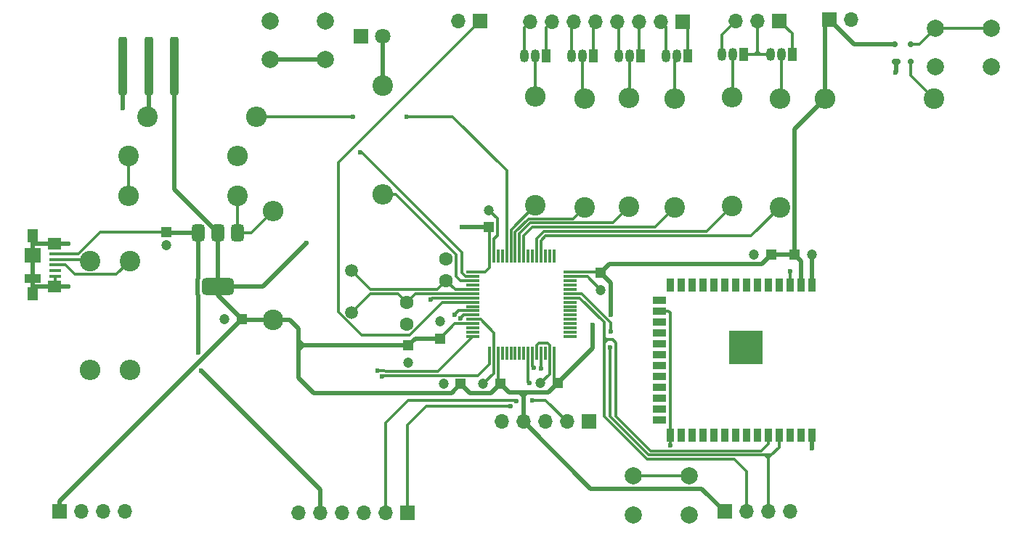
<source format=gbr>
%TF.GenerationSoftware,KiCad,Pcbnew,8.0.3*%
%TF.CreationDate,2025-10-30T11:00:03+03:00*%
%TF.ProjectId,yandex-rover,79616e64-6578-42d7-926f-7665722e6b69,rev?*%
%TF.SameCoordinates,Original*%
%TF.FileFunction,Copper,L1,Top*%
%TF.FilePolarity,Positive*%
%FSLAX46Y46*%
G04 Gerber Fmt 4.6, Leading zero omitted, Abs format (unit mm)*
G04 Created by KiCad (PCBNEW 8.0.3) date 2025-10-30 11:00:03*
%MOMM*%
%LPD*%
G01*
G04 APERTURE LIST*
G04 Aperture macros list*
%AMRoundRect*
0 Rectangle with rounded corners*
0 $1 Rounding radius*
0 $2 $3 $4 $5 $6 $7 $8 $9 X,Y pos of 4 corners*
0 Add a 4 corners polygon primitive as box body*
4,1,4,$2,$3,$4,$5,$6,$7,$8,$9,$2,$3,0*
0 Add four circle primitives for the rounded corners*
1,1,$1+$1,$2,$3*
1,1,$1+$1,$4,$5*
1,1,$1+$1,$6,$7*
1,1,$1+$1,$8,$9*
0 Add four rect primitives between the rounded corners*
20,1,$1+$1,$2,$3,$4,$5,0*
20,1,$1+$1,$4,$5,$6,$7,0*
20,1,$1+$1,$6,$7,$8,$9,0*
20,1,$1+$1,$8,$9,$2,$3,0*%
G04 Aperture macros list end*
%TA.AperFunction,ComponentPad*%
%ADD10C,2.400000*%
%TD*%
%TA.AperFunction,ComponentPad*%
%ADD11O,2.400000X2.400000*%
%TD*%
%TA.AperFunction,ComponentPad*%
%ADD12R,1.800000X1.800000*%
%TD*%
%TA.AperFunction,ComponentPad*%
%ADD13C,1.800000*%
%TD*%
%TA.AperFunction,ComponentPad*%
%ADD14R,1.700000X1.700000*%
%TD*%
%TA.AperFunction,ComponentPad*%
%ADD15O,1.700000X1.700000*%
%TD*%
%TA.AperFunction,ComponentPad*%
%ADD16C,1.200000*%
%TD*%
%TA.AperFunction,ComponentPad*%
%ADD17R,1.200000X1.200000*%
%TD*%
%TA.AperFunction,SMDPad,CuDef*%
%ADD18RoundRect,0.075000X-0.700000X-0.075000X0.700000X-0.075000X0.700000X0.075000X-0.700000X0.075000X0*%
%TD*%
%TA.AperFunction,SMDPad,CuDef*%
%ADD19RoundRect,0.075000X-0.075000X-0.700000X0.075000X-0.700000X0.075000X0.700000X-0.075000X0.700000X0*%
%TD*%
%TA.AperFunction,SMDPad,CuDef*%
%ADD20RoundRect,0.375000X-0.375000X0.625000X-0.375000X-0.625000X0.375000X-0.625000X0.375000X0.625000X0*%
%TD*%
%TA.AperFunction,SMDPad,CuDef*%
%ADD21RoundRect,0.500000X-1.400000X0.500000X-1.400000X-0.500000X1.400000X-0.500000X1.400000X0.500000X0*%
%TD*%
%TA.AperFunction,ComponentPad*%
%ADD22C,2.000000*%
%TD*%
%TA.AperFunction,ComponentPad*%
%ADD23R,1.050000X1.500000*%
%TD*%
%TA.AperFunction,ComponentPad*%
%ADD24O,1.050000X1.500000*%
%TD*%
%TA.AperFunction,ComponentPad*%
%ADD25C,1.600000*%
%TD*%
%TA.AperFunction,SMDPad,CuDef*%
%ADD26R,0.900000X1.500000*%
%TD*%
%TA.AperFunction,SMDPad,CuDef*%
%ADD27R,1.500000X0.900000*%
%TD*%
%TA.AperFunction,HeatsinkPad*%
%ADD28C,0.600000*%
%TD*%
%TA.AperFunction,SMDPad,CuDef*%
%ADD29R,3.900000X3.900000*%
%TD*%
%TA.AperFunction,SMDPad,CuDef*%
%ADD30RoundRect,0.175000X0.325000X-0.175000X0.325000X0.175000X-0.325000X0.175000X-0.325000X-0.175000X0*%
%TD*%
%TA.AperFunction,SMDPad,CuDef*%
%ADD31RoundRect,0.150000X0.150000X-0.200000X0.150000X0.200000X-0.150000X0.200000X-0.150000X-0.200000X0*%
%TD*%
%TA.AperFunction,SMDPad,CuDef*%
%ADD32RoundRect,0.250000X-0.250000X-3.150000X0.250000X-3.150000X0.250000X3.150000X-0.250000X3.150000X0*%
%TD*%
%TA.AperFunction,ComponentPad*%
%ADD33C,1.500000*%
%TD*%
%TA.AperFunction,SMDPad,CuDef*%
%ADD34R,1.380000X0.450000*%
%TD*%
%TA.AperFunction,SMDPad,CuDef*%
%ADD35R,1.300000X1.650000*%
%TD*%
%TA.AperFunction,SMDPad,CuDef*%
%ADD36R,1.550000X1.425000*%
%TD*%
%TA.AperFunction,SMDPad,CuDef*%
%ADD37R,1.900000X1.800000*%
%TD*%
%TA.AperFunction,SMDPad,CuDef*%
%ADD38R,1.900000X1.000000*%
%TD*%
%TA.AperFunction,ViaPad*%
%ADD39C,0.600000*%
%TD*%
%TA.AperFunction,Conductor*%
%ADD40C,0.300000*%
%TD*%
%TA.AperFunction,Conductor*%
%ADD41C,0.500000*%
%TD*%
G04 APERTURE END LIST*
D10*
%TO.P,R14,1*%
%TO.N,Net-(D1-A)*%
X143200000Y-39700000D03*
D11*
%TO.P,R14,2*%
%TO.N,unconnected-(R14-Pad2)*%
X143200000Y-52400000D03*
%TD*%
D12*
%TO.P,D1,1,K*%
%TO.N,GND*%
X140625000Y-33900000D03*
D13*
%TO.P,D1,2,A*%
%TO.N,Net-(D1-A)*%
X143165000Y-33900000D03*
%TD*%
D14*
%TO.P,J9,1,Pin_1*%
%TO.N,/Speaker*%
X154550000Y-32125000D03*
D15*
%TO.P,J9,2,Pin_2*%
%TO.N,GND*%
X152010000Y-32125000D03*
%TD*%
D10*
%TO.P,R13,1*%
%TO.N,+3.3V*%
X130400000Y-67000000D03*
D11*
%TO.P,R13,2*%
%TO.N,Net-(U3-ADJ)*%
X130400000Y-54300000D03*
%TD*%
D14*
%TO.P,J8,1,Pin_1*%
%TO.N,+3.3V*%
X195260000Y-32000000D03*
D15*
%TO.P,J8,2,Pin_2*%
%TO.N,GND*%
X197800000Y-32000000D03*
%TD*%
D14*
%TO.P,J1,1,Pin_1*%
%TO.N,+3.3V*%
X183100000Y-89400000D03*
D15*
%TO.P,J1,2,Pin_2*%
%TO.N,/USART1_TX*%
X185640000Y-89400000D03*
%TO.P,J1,3,Pin_3*%
%TO.N,/USART1_RX*%
X188180000Y-89400000D03*
%TO.P,J1,4,Pin_4*%
%TO.N,GND*%
X190720000Y-89400000D03*
%TD*%
D16*
%TO.P,C6,2*%
%TO.N,GND*%
X154900000Y-74500000D03*
D17*
%TO.P,C6,1*%
%TO.N,+3.3V*%
X156900000Y-74500000D03*
%TD*%
D18*
%TO.P,U2,1,VBAT*%
%TO.N,+3.3V*%
X153725000Y-61450000D03*
%TO.P,U2,2,PC13*%
%TO.N,Net-(U2-PC13)*%
X153725000Y-61950000D03*
%TO.P,U2,3,PC14*%
%TO.N,unconnected-(R14-Pad2)*%
X153725000Y-62450000D03*
%TO.P,U2,4,PC15*%
%TO.N,unconnected-(U2-PC15-Pad4)*%
X153725000Y-62950000D03*
%TO.P,U2,5,PH0*%
%TO.N,Net-(U2-PH0)*%
X153725000Y-63450000D03*
%TO.P,U2,6,PH1*%
%TO.N,Net-(U2-PH1)*%
X153725000Y-63950000D03*
%TO.P,U2,7,NRST*%
%TO.N,/Reset*%
X153725000Y-64450000D03*
%TO.P,U2,8,PC0*%
%TO.N,/Speaker*%
X153725000Y-64950000D03*
%TO.P,U2,9,PC1*%
%TO.N,unconnected-(U2-PC1-Pad9)*%
X153725000Y-65450000D03*
%TO.P,U2,10,PC2*%
%TO.N,/SD MISO*%
X153725000Y-65950000D03*
%TO.P,U2,11,PC3*%
%TO.N,/SD MOSI*%
X153725000Y-66450000D03*
%TO.P,U2,12,VSSA*%
%TO.N,GND*%
X153725000Y-66950000D03*
%TO.P,U2,13,VREF+*%
%TO.N,+3.3V*%
X153725000Y-67450000D03*
%TO.P,U2,14,PA0*%
%TO.N,unconnected-(U2-PA0-Pad14)*%
X153725000Y-67950000D03*
%TO.P,U2,15,PA1*%
%TO.N,unconnected-(U2-PA1-Pad15)*%
X153725000Y-68450000D03*
%TO.P,U2,16,PA2*%
%TO.N,/USART2_TX*%
X153725000Y-68950000D03*
D19*
%TO.P,U2,17,PA3*%
%TO.N,/USART2_RX*%
X155650000Y-70875000D03*
%TO.P,U2,18,VSS*%
%TO.N,GND*%
X156150000Y-70875000D03*
%TO.P,U2,19,VDD*%
%TO.N,+3.3V*%
X156650000Y-70875000D03*
%TO.P,U2,20,PA4*%
%TO.N,unconnected-(U2-PA4-Pad20)*%
X157150000Y-70875000D03*
%TO.P,U2,21,PA5*%
%TO.N,unconnected-(U2-PA5-Pad21)*%
X157650000Y-70875000D03*
%TO.P,U2,22,PA6*%
%TO.N,unconnected-(U2-PA6-Pad22)*%
X158150000Y-70875000D03*
%TO.P,U2,23,PA7*%
%TO.N,unconnected-(U2-PA7-Pad23)*%
X158650000Y-70875000D03*
%TO.P,U2,24,PC4*%
%TO.N,unconnected-(U2-PC4-Pad24)*%
X159150000Y-70875000D03*
%TO.P,U2,25,PC5*%
%TO.N,unconnected-(U2-PC5-Pad25)*%
X159650000Y-70875000D03*
%TO.P,U2,26,PB0*%
%TO.N,/audio*%
X160150000Y-70875000D03*
%TO.P,U2,27,PB1*%
%TO.N,/SD CS*%
X160650000Y-70875000D03*
%TO.P,U2,28,PB2*%
%TO.N,GND*%
X161150000Y-70875000D03*
%TO.P,U2,29,PB10*%
%TO.N,/SD SCK*%
X161650000Y-70875000D03*
%TO.P,U2,30,VCAP1*%
%TO.N,unconnected-(U2-VCAP1-Pad30)*%
X162150000Y-70875000D03*
%TO.P,U2,31,VSS*%
%TO.N,GND*%
X162650000Y-70875000D03*
%TO.P,U2,32,VDD*%
%TO.N,+3.3V*%
X163150000Y-70875000D03*
D18*
%TO.P,U2,33,PB12*%
%TO.N,unconnected-(U2-PB12-Pad33)*%
X165075000Y-68950000D03*
%TO.P,U2,34,PB13*%
%TO.N,unconnected-(U2-PB13-Pad34)*%
X165075000Y-68450000D03*
%TO.P,U2,35,PB14*%
%TO.N,unconnected-(U2-PB14-Pad35)*%
X165075000Y-67950000D03*
%TO.P,U2,36,PB15*%
%TO.N,unconnected-(U2-PB15-Pad36)*%
X165075000Y-67450000D03*
%TO.P,U2,37,PC6*%
%TO.N,unconnected-(U2-PC6-Pad37)*%
X165075000Y-66950000D03*
%TO.P,U2,38,PC7*%
%TO.N,unconnected-(U2-PC7-Pad38)*%
X165075000Y-66450000D03*
%TO.P,U2,39,PC8*%
%TO.N,unconnected-(U2-PC8-Pad39)*%
X165075000Y-65950000D03*
%TO.P,U2,40,PC9*%
%TO.N,unconnected-(U2-PC9-Pad40)*%
X165075000Y-65450000D03*
%TO.P,U2,41,PA8*%
%TO.N,unconnected-(U2-PA8-Pad41)*%
X165075000Y-64950000D03*
%TO.P,U2,42,PA9*%
%TO.N,/USART1_TX*%
X165075000Y-64450000D03*
%TO.P,U2,43,PA10*%
%TO.N,/USART1_RX*%
X165075000Y-63950000D03*
%TO.P,U2,44,PA11*%
%TO.N,unconnected-(U2-PA11-Pad44)*%
X165075000Y-63450000D03*
%TO.P,U2,45,PA12*%
%TO.N,unconnected-(U2-PA12-Pad45)*%
X165075000Y-62950000D03*
%TO.P,U2,46,PA13*%
%TO.N,unconnected-(U2-PA13-Pad46)*%
X165075000Y-62450000D03*
%TO.P,U2,47,VSS*%
%TO.N,GND*%
X165075000Y-61950000D03*
%TO.P,U2,48,VDD*%
%TO.N,+3.3V*%
X165075000Y-61450000D03*
D19*
%TO.P,U2,49,PA14*%
%TO.N,unconnected-(U2-PA14-Pad49)*%
X163150000Y-59525000D03*
%TO.P,U2,50,PA15*%
%TO.N,unconnected-(U2-PA15-Pad50)*%
X162650000Y-59525000D03*
%TO.P,U2,51,PC10*%
%TO.N,unconnected-(U2-PC10-Pad51)*%
X162150000Y-59525000D03*
%TO.P,U2,52,PC11*%
%TO.N,/Rover Open*%
X161650000Y-59525000D03*
%TO.P,U2,53,PC12*%
%TO.N,/Rover Close*%
X161150000Y-59525000D03*
%TO.P,U2,54,PD2*%
%TO.N,unconnected-(U2-PD2-Pad54)*%
X160650000Y-59525000D03*
%TO.P,U2,55,PB3*%
%TO.N,unconnected-(U2-PB3-Pad55)*%
X160150000Y-59525000D03*
%TO.P,U2,56,PB4*%
%TO.N,/Rover Forward*%
X159650000Y-59525000D03*
%TO.P,U2,57,PB5*%
%TO.N,/Rover Backward*%
X159150000Y-59525000D03*
%TO.P,U2,58,PB6*%
%TO.N,/Rover Right*%
X158650000Y-59525000D03*
%TO.P,U2,59,PB7*%
%TO.N,/Rover Left*%
X158150000Y-59525000D03*
%TO.P,U2,60,BOOT0*%
%TO.N,/BOOT STM32*%
X157650000Y-59525000D03*
%TO.P,U2,61,PB8*%
%TO.N,unconnected-(U2-PB8-Pad61)*%
X157150000Y-59525000D03*
%TO.P,U2,62,PB9*%
%TO.N,unconnected-(U2-PB9-Pad62)*%
X156650000Y-59525000D03*
%TO.P,U2,63,VSS*%
%TO.N,GND*%
X156150000Y-59525000D03*
%TO.P,U2,64,VDD*%
%TO.N,+3.3V*%
X155650000Y-59525000D03*
%TD*%
D20*
%TO.P,U3,1,ADJ*%
%TO.N,Net-(U3-ADJ)*%
X126300000Y-56850000D03*
%TO.P,U3,2,VO*%
%TO.N,+3.3V*%
X124000000Y-56850000D03*
D21*
X124000000Y-63150000D03*
D20*
%TO.P,U3,3,VI*%
%TO.N,+5V*%
X121700000Y-56850000D03*
%TD*%
D22*
%TO.P,SW3,1,1*%
%TO.N,GND*%
X130050000Y-32150000D03*
X136550000Y-32150000D03*
%TO.P,SW3,2,2*%
%TO.N,Net-(U2-PC13)*%
X130050000Y-36650000D03*
X136550000Y-36650000D03*
%TD*%
D14*
%TO.P,J2,1,Pin_1*%
%TO.N,+3.3V*%
X105520000Y-89400000D03*
D15*
%TO.P,J2,2,Pin_2*%
%TO.N,/USART2_TX*%
X108060000Y-89400000D03*
%TO.P,J2,3,Pin_3*%
%TO.N,/USART2_RX*%
X110600000Y-89400000D03*
%TO.P,J2,4,Pin_4*%
%TO.N,GND*%
X113140000Y-89400000D03*
%TD*%
D23*
%TO.P,Q2,1,C*%
%TO.N,/Backward_1*%
X173260000Y-36200000D03*
D24*
%TO.P,Q2,2,B*%
%TO.N,Net-(Q2-B)*%
X171990000Y-36200000D03*
%TO.P,Q2,3,E*%
%TO.N,/Backward_2*%
X170720000Y-36200000D03*
%TD*%
D22*
%TO.P,SW1,1,1*%
%TO.N,GND*%
X214150000Y-37450000D03*
X207650000Y-37450000D03*
%TO.P,SW1,2,2*%
%TO.N,Net-(U1-~{MR})*%
X214150000Y-32950000D03*
X207650000Y-32950000D03*
%TD*%
D23*
%TO.P,Q3,1,C*%
%TO.N,/Right_1*%
X167720000Y-36200000D03*
D24*
%TO.P,Q3,2,B*%
%TO.N,Net-(Q3-B)*%
X166450000Y-36200000D03*
%TO.P,Q3,3,E*%
%TO.N,/Right_2*%
X165180000Y-36200000D03*
%TD*%
D10*
%TO.P,R5,1*%
%TO.N,/Rover Right*%
X166720000Y-53850000D03*
D11*
%TO.P,R5,2*%
%TO.N,Net-(Q3-B)*%
X166720000Y-41150000D03*
%TD*%
D25*
%TO.P,C3,1*%
%TO.N,Net-(U2-PH0)*%
X150600000Y-62400000D03*
%TO.P,C3,2*%
%TO.N,GND*%
X150600000Y-59900000D03*
%TD*%
D23*
%TO.P,Q4,1,C*%
%TO.N,/Left_1*%
X162220000Y-36200000D03*
D24*
%TO.P,Q4,2,B*%
%TO.N,Net-(Q4-B)*%
X160950000Y-36200000D03*
%TO.P,Q4,3,E*%
%TO.N,/Left_2*%
X159680000Y-36200000D03*
%TD*%
D10*
%TO.P,R11,1*%
%TO.N,Net-(U3-ADJ)*%
X126250000Y-52500000D03*
D11*
%TO.P,R11,2*%
%TO.N,Net-(R11-Pad2)*%
X113550000Y-52500000D03*
%TD*%
D10*
%TO.P,R4,1*%
%TO.N,/Rover Backward*%
X171920000Y-53800000D03*
D11*
%TO.P,R4,2*%
%TO.N,Net-(Q2-B)*%
X171920000Y-41100000D03*
%TD*%
D17*
%TO.P,C12,1*%
%TO.N,+3.3V*%
X188500000Y-59400000D03*
D16*
%TO.P,C12,2*%
%TO.N,GND*%
X186500000Y-59400000D03*
%TD*%
D17*
%TO.P,C9,1*%
%TO.N,+3.3V*%
X155600000Y-56200000D03*
D16*
%TO.P,C9,2*%
%TO.N,GND*%
X155600000Y-54200000D03*
%TD*%
D14*
%TO.P,J3,1,Pin_1*%
%TO.N,/SD CS*%
X146100000Y-89500000D03*
D15*
%TO.P,J3,2,Pin_2*%
%TO.N,/SD SCK*%
X143560000Y-89500000D03*
%TO.P,J3,3,Pin_3*%
%TO.N,/SD MOSI*%
X141020000Y-89500000D03*
%TO.P,J3,4,Pin_4*%
%TO.N,/SD MISO*%
X138480000Y-89500000D03*
%TO.P,J3,5,Pin_5*%
%TO.N,+5V*%
X135940000Y-89500000D03*
%TO.P,J3,6,Pin_6*%
%TO.N,GND*%
X133400000Y-89500000D03*
%TD*%
D17*
%TO.P,C7,1*%
%TO.N,+3.3V*%
X163572600Y-74400000D03*
D16*
%TO.P,C7,2*%
%TO.N,GND*%
X161572600Y-74400000D03*
%TD*%
D23*
%TO.P,Q6,1,C*%
%TO.N,/Open_Close*%
X185285000Y-36025000D03*
D24*
%TO.P,Q6,2,B*%
%TO.N,Net-(Q6-B)*%
X184015000Y-36025000D03*
%TO.P,Q6,3,E*%
%TO.N,/Close_1*%
X182745000Y-36025000D03*
%TD*%
D10*
%TO.P,R12,1*%
%TO.N,Net-(R11-Pad2)*%
X113550000Y-47900000D03*
D11*
%TO.P,R12,2*%
%TO.N,GND*%
X126250000Y-47900000D03*
%TD*%
D10*
%TO.P,R7,1*%
%TO.N,/Rover Open*%
X189500000Y-53850000D03*
D11*
%TO.P,R7,2*%
%TO.N,Net-(Q5-B)*%
X189500000Y-41150000D03*
%TD*%
D26*
%TO.P,U4,1,GND*%
%TO.N,GND*%
X193220000Y-62950000D03*
%TO.P,U4,2,3V3*%
%TO.N,+3.3V*%
X191950000Y-62950000D03*
%TO.P,U4,3,EN*%
%TO.N,/Reset*%
X190680000Y-62950000D03*
%TO.P,U4,4,IO4*%
%TO.N,unconnected-(U4-IO4-Pad4)*%
X189410000Y-62950000D03*
%TO.P,U4,5,IO5*%
%TO.N,unconnected-(U4-IO5-Pad5)*%
X188140000Y-62950000D03*
%TO.P,U4,6,IO6*%
%TO.N,unconnected-(U4-IO6-Pad6)*%
X186870000Y-62950000D03*
%TO.P,U4,7,IO7*%
%TO.N,unconnected-(U4-IO7-Pad7)*%
X185600000Y-62950000D03*
%TO.P,U4,8,IO15*%
%TO.N,unconnected-(U4-IO15-Pad8)*%
X184330000Y-62950000D03*
%TO.P,U4,9,IO16*%
%TO.N,unconnected-(U4-IO16-Pad9)*%
X183060000Y-62950000D03*
%TO.P,U4,10,IO17*%
%TO.N,unconnected-(U4-IO17-Pad10)*%
X181790000Y-62950000D03*
%TO.P,U4,11,IO18*%
%TO.N,unconnected-(U4-IO18-Pad11)*%
X180520000Y-62950000D03*
%TO.P,U4,12,IO8*%
%TO.N,unconnected-(U4-IO8-Pad12)*%
X179250000Y-62950000D03*
%TO.P,U4,13,IO19*%
%TO.N,unconnected-(U4-IO19-Pad13)*%
X177980000Y-62950000D03*
%TO.P,U4,14,IO20*%
%TO.N,unconnected-(U4-IO20-Pad14)*%
X176710000Y-62950000D03*
D27*
%TO.P,U4,15,IO3*%
%TO.N,unconnected-(U4-IO3-Pad15)*%
X175460000Y-64715000D03*
%TO.P,U4,16,IO46*%
%TO.N,/BOOT ESP32*%
X175460000Y-65985000D03*
%TO.P,U4,17,IO9*%
%TO.N,unconnected-(U4-IO9-Pad17)*%
X175460000Y-67255000D03*
%TO.P,U4,18,IO10*%
%TO.N,unconnected-(U4-IO10-Pad18)*%
X175460000Y-68525000D03*
%TO.P,U4,19,IO11*%
%TO.N,unconnected-(U4-IO11-Pad19)*%
X175460000Y-69795000D03*
%TO.P,U4,20,IO12*%
%TO.N,unconnected-(U4-IO12-Pad20)*%
X175460000Y-71065000D03*
%TO.P,U4,21,IO13*%
%TO.N,unconnected-(U4-IO13-Pad21)*%
X175460000Y-72335000D03*
%TO.P,U4,22,IO14*%
%TO.N,unconnected-(U4-IO14-Pad22)*%
X175460000Y-73605000D03*
%TO.P,U4,23,IO21*%
%TO.N,unconnected-(U4-IO21-Pad23)*%
X175460000Y-74875000D03*
%TO.P,U4,24,IO47*%
%TO.N,unconnected-(U4-IO47-Pad24)*%
X175460000Y-76145000D03*
%TO.P,U4,25,IO48*%
%TO.N,unconnected-(U4-IO48-Pad25)*%
X175460000Y-77415000D03*
%TO.P,U4,26,IO45*%
%TO.N,unconnected-(U4-IO45-Pad26)*%
X175460000Y-78685000D03*
D26*
%TO.P,U4,27,IO0*%
%TO.N,/BOOT ESP32*%
X176710000Y-80450000D03*
%TO.P,U4,28,IO35*%
%TO.N,unconnected-(U4-IO35-Pad28)*%
X177980000Y-80450000D03*
%TO.P,U4,29,IO36*%
%TO.N,unconnected-(U4-IO36-Pad29)*%
X179250000Y-80450000D03*
%TO.P,U4,30,IO37*%
%TO.N,unconnected-(U4-IO37-Pad30)*%
X180520000Y-80450000D03*
%TO.P,U4,31,IO38*%
%TO.N,unconnected-(U4-IO38-Pad31)*%
X181790000Y-80450000D03*
%TO.P,U4,32,IO39*%
%TO.N,unconnected-(U4-IO39-Pad32)*%
X183060000Y-80450000D03*
%TO.P,U4,33,IO40*%
%TO.N,unconnected-(U4-IO40-Pad33)*%
X184330000Y-80450000D03*
%TO.P,U4,34,IO41*%
%TO.N,unconnected-(U4-IO41-Pad34)*%
X185600000Y-80450000D03*
%TO.P,U4,35,IO42*%
%TO.N,unconnected-(U4-IO42-Pad35)*%
X186870000Y-80450000D03*
%TO.P,U4,36,RXD0*%
%TO.N,/USART1_TX*%
X188140000Y-80450000D03*
%TO.P,U4,37,TXD0*%
%TO.N,/USART1_RX*%
X189410000Y-80450000D03*
%TO.P,U4,38,IO2*%
%TO.N,unconnected-(U4-IO2-Pad38)*%
X190680000Y-80450000D03*
%TO.P,U4,39,IO1*%
%TO.N,unconnected-(U4-IO1-Pad39)*%
X191950000Y-80450000D03*
%TO.P,U4,40,GND*%
%TO.N,GND*%
X193220000Y-80450000D03*
D28*
%TO.P,U4,41,GND*%
X186200000Y-68800000D03*
X184800000Y-68800000D03*
X186900000Y-69500000D03*
X185500000Y-69500000D03*
X184100000Y-69500000D03*
X186200000Y-70200000D03*
D29*
X185500000Y-70200000D03*
D28*
X184800000Y-70200000D03*
X186900000Y-70900000D03*
X185500000Y-70900000D03*
X184100000Y-70900000D03*
X186200000Y-71600000D03*
X184800000Y-71600000D03*
%TD*%
D11*
%TO.P,R2,2*%
%TO.N,/BOOT STM32*%
X128500000Y-43300000D03*
D10*
%TO.P,R2,1*%
%TO.N,Net-(SW2-B)*%
X115800000Y-43300000D03*
%TD*%
D14*
%TO.P,J5,1,Pin_1*%
%TO.N,/Forward_1*%
X178160000Y-32200000D03*
D15*
%TO.P,J5,2,Pin_2*%
%TO.N,/Forward_2*%
X175620000Y-32200000D03*
%TO.P,J5,3,Pin_3*%
%TO.N,/Backward_1*%
X173080000Y-32200000D03*
%TO.P,J5,4,Pin_4*%
%TO.N,/Backward_2*%
X170540000Y-32200000D03*
%TO.P,J5,5,Pin_5*%
%TO.N,/Right_1*%
X168000000Y-32200000D03*
%TO.P,J5,6,Pin_6*%
%TO.N,/Right_2*%
X165460000Y-32200000D03*
%TO.P,J5,7,Pin_7*%
%TO.N,/Left_1*%
X162920000Y-32200000D03*
%TO.P,J5,8,Pin_8*%
%TO.N,/Left_2*%
X160380000Y-32200000D03*
%TD*%
D23*
%TO.P,Q5,1,C*%
%TO.N,/Open_1*%
X190915000Y-36025000D03*
D24*
%TO.P,Q5,2,B*%
%TO.N,Net-(Q5-B)*%
X189645000Y-36025000D03*
%TO.P,Q5,3,E*%
%TO.N,/Open_Close*%
X188375000Y-36025000D03*
%TD*%
D10*
%TO.P,R3,1*%
%TO.N,/Rover Forward*%
X177260000Y-53850000D03*
D11*
%TO.P,R3,2*%
%TO.N,Net-(Q1-B)*%
X177260000Y-41150000D03*
%TD*%
D10*
%TO.P,R8,1*%
%TO.N,/Rover Close*%
X183900000Y-53750000D03*
D11*
%TO.P,R8,2*%
%TO.N,Net-(Q6-B)*%
X183900000Y-41050000D03*
%TD*%
D30*
%TO.P,U1,1,GND*%
%TO.N,GND*%
X203050000Y-36850000D03*
D31*
%TO.P,U1,2,~{RESET}*%
%TO.N,/Reset*%
X204750000Y-36850000D03*
%TO.P,U1,3,~{MR}*%
%TO.N,Net-(U1-~{MR})*%
X204750000Y-34850000D03*
%TO.P,U1,4,VCC*%
%TO.N,+3.3V*%
X202850000Y-34850000D03*
%TD*%
D10*
%TO.P,R10,1*%
%TO.N,Net-(J7-D+)*%
X113700000Y-60150000D03*
D11*
%TO.P,R10,2*%
%TO.N,GND*%
X113700000Y-72850000D03*
%TD*%
D25*
%TO.P,C4,1*%
%TO.N,Net-(U2-PH1)*%
X146000000Y-65000000D03*
%TO.P,C4,2*%
%TO.N,GND*%
X146000000Y-67500000D03*
%TD*%
D17*
%TO.P,C13,1*%
%TO.N,+3.3V*%
X191200000Y-59400000D03*
D16*
%TO.P,C13,2*%
%TO.N,GND*%
X193200000Y-59400000D03*
%TD*%
D17*
%TO.P,C1,1*%
%TO.N,+3.3V*%
X146200000Y-70000000D03*
D16*
%TO.P,C1,2*%
%TO.N,GND*%
X146200000Y-72000000D03*
%TD*%
D32*
%TO.P,SW2,1,A*%
%TO.N,GND*%
X112900000Y-37400000D03*
%TO.P,SW2,2,B*%
%TO.N,Net-(SW2-B)*%
X115900000Y-37400000D03*
%TO.P,SW2,3,C*%
%TO.N,+3.3V*%
X118900000Y-37400000D03*
%TD*%
D17*
%TO.P,C11,1*%
%TO.N,+3.3V*%
X126772600Y-66900000D03*
D16*
%TO.P,C11,2*%
%TO.N,GND*%
X124772600Y-66900000D03*
%TD*%
D17*
%TO.P,C2,1*%
%TO.N,+3.3V*%
X149900000Y-69172600D03*
D16*
%TO.P,C2,2*%
%TO.N,GND*%
X149900000Y-67172600D03*
%TD*%
D33*
%TO.P,Y1,1,1*%
%TO.N,Net-(U2-PH0)*%
X139600000Y-61250000D03*
%TO.P,Y1,2,2*%
%TO.N,Net-(U2-PH1)*%
X139600000Y-66130000D03*
%TD*%
D17*
%TO.P,C5,1*%
%TO.N,+3.3V*%
X152272600Y-74500000D03*
D16*
%TO.P,C5,2*%
%TO.N,GND*%
X150272600Y-74500000D03*
%TD*%
D14*
%TO.P,J6,1,Pin_1*%
%TO.N,/Open_1*%
X189440000Y-32100000D03*
D15*
%TO.P,J6,2,Pin_2*%
%TO.N,/Open_Close*%
X186900000Y-32100000D03*
%TO.P,J6,3,Pin_3*%
%TO.N,/Close_1*%
X184360000Y-32100000D03*
%TD*%
D10*
%TO.P,R1,1*%
%TO.N,/Reset*%
X207450000Y-41200000D03*
D11*
%TO.P,R1,2*%
%TO.N,+3.3V*%
X194750000Y-41200000D03*
%TD*%
D10*
%TO.P,R9,1*%
%TO.N,Net-(J7-D-)*%
X109100000Y-60150000D03*
D11*
%TO.P,R9,2*%
%TO.N,GND*%
X109100000Y-72850000D03*
%TD*%
D34*
%TO.P,J7,1,VBUS*%
%TO.N,+5V*%
X105035000Y-59300000D03*
%TO.P,J7,2,D-*%
%TO.N,Net-(J7-D-)*%
X105035000Y-59950000D03*
%TO.P,J7,3,D+*%
%TO.N,Net-(J7-D+)*%
X105035000Y-60600000D03*
%TO.P,J7,4,ID*%
%TO.N,unconnected-(J7-ID-Pad4)*%
X105035000Y-61250000D03*
%TO.P,J7,5,GND*%
%TO.N,GND*%
X105035000Y-61900000D03*
D35*
%TO.P,J7,6,Shield*%
X102375000Y-57225000D03*
D36*
X104950000Y-58112500D03*
D37*
X102375000Y-59450000D03*
D38*
X102375000Y-62150000D03*
D36*
X104950000Y-63087500D03*
D35*
X102375000Y-63975000D03*
%TD*%
D10*
%TO.P,R6,1*%
%TO.N,/Rover Left*%
X161020000Y-53650000D03*
D11*
%TO.P,R6,2*%
%TO.N,Net-(Q4-B)*%
X161020000Y-40950000D03*
%TD*%
D17*
%TO.P,C8,1*%
%TO.N,+3.3V*%
X168600000Y-61500000D03*
D16*
%TO.P,C8,2*%
%TO.N,GND*%
X168600000Y-63500000D03*
%TD*%
D17*
%TO.P,C10,1*%
%TO.N,+5V*%
X118000000Y-56777401D03*
D16*
%TO.P,C10,2*%
%TO.N,GND*%
X118000000Y-58277401D03*
%TD*%
D23*
%TO.P,Q1,1,C*%
%TO.N,/Forward_1*%
X178760000Y-36200000D03*
D24*
%TO.P,Q1,2,B*%
%TO.N,Net-(Q1-B)*%
X177490000Y-36200000D03*
%TO.P,Q1,3,E*%
%TO.N,/Forward_2*%
X176220000Y-36200000D03*
%TD*%
D22*
%TO.P,SW4,1,1*%
%TO.N,GND*%
X178950000Y-89750000D03*
X172450000Y-89750000D03*
%TO.P,SW4,2,2*%
%TO.N,/BOOT ESP32*%
X178950000Y-85250000D03*
X172450000Y-85250000D03*
%TD*%
D14*
%TO.P,J4,1,Pin_1*%
%TO.N,unconnected-(J4-Pin_1-Pad1)*%
X167220000Y-78900000D03*
D15*
%TO.P,J4,2,Pin_2*%
%TO.N,/audio*%
X164680000Y-78900000D03*
%TO.P,J4,3,Pin_3*%
%TO.N,unconnected-(J4-Pin_3-Pad3)*%
X162140000Y-78900000D03*
%TO.P,J4,4,Pin_4*%
%TO.N,+3.3V*%
X159600000Y-78900000D03*
%TO.P,J4,5,Pin_5*%
%TO.N,GND*%
X157060000Y-78900000D03*
%TD*%
D39*
%TO.N,Net-(U2-PC13)*%
X140550000Y-47450000D03*
%TO.N,/BOOT STM32*%
X146000000Y-43300000D03*
X139700000Y-43300000D03*
%TO.N,+3.3V*%
X152400000Y-56200000D03*
X134300000Y-58000000D03*
X167700000Y-67600000D03*
X169800000Y-66400000D03*
%TO.N,GND*%
X203000000Y-38100000D03*
X193200000Y-82000000D03*
X193200000Y-61400000D03*
X106500000Y-58112500D03*
X106500000Y-63100000D03*
X112900000Y-42300000D03*
%TO.N,+5V*%
X121700000Y-70800000D03*
X122000000Y-72900000D03*
%TO.N,/USART1_RX*%
X169750000Y-68400000D03*
X169690380Y-70209620D03*
%TO.N,/USART2_TX*%
X142630760Y-72950000D03*
%TO.N,/USART2_RX*%
X143129170Y-73600000D03*
%TO.N,/SD MOSI*%
X152250000Y-66800000D03*
%TO.N,/SD MISO*%
X151568671Y-66380721D03*
%TO.N,/SD CS*%
X158100000Y-77100000D03*
X160800000Y-72580762D03*
%TO.N,/SD SCK*%
X161650000Y-72650000D03*
X158800000Y-76500000D03*
%TO.N,/audio*%
X160300000Y-74400000D03*
X160600000Y-76400000D03*
%TO.N,/Reset*%
X190700000Y-61300000D03*
X148800000Y-64600000D03*
%TO.N,/BOOT ESP32*%
X176700000Y-81650000D03*
%TD*%
D40*
%TO.N,Net-(U2-PC13)*%
X152846880Y-61950000D02*
X153725000Y-61950000D01*
X140750000Y-47450000D02*
X152400000Y-59100000D01*
X152400000Y-59100000D02*
X152400000Y-61503120D01*
X140550000Y-47450000D02*
X140750000Y-47450000D01*
X152400000Y-61503120D02*
X152846880Y-61950000D01*
%TO.N,unconnected-(R14-Pad2)*%
X144726346Y-52400000D02*
X143200000Y-52400000D01*
X151750000Y-59423654D02*
X144726346Y-52400000D01*
X152250000Y-62450000D02*
X151750000Y-61950000D01*
X151750000Y-61950000D02*
X151750000Y-59423654D01*
X153725000Y-62450000D02*
X152250000Y-62450000D01*
D41*
%TO.N,+3.3V*%
X152400000Y-56200000D02*
X155600000Y-56200000D01*
D40*
%TO.N,/BOOT STM32*%
X151350000Y-43300000D02*
X157650000Y-49600000D01*
X146000000Y-43300000D02*
X151350000Y-43300000D01*
X157650000Y-49600000D02*
X157650000Y-59525000D01*
X128500000Y-43300000D02*
X139700000Y-43300000D01*
%TO.N,/USART2_TX*%
X143498409Y-73050000D02*
X149625000Y-73050000D01*
X143398409Y-72950000D02*
X143498409Y-73050000D01*
X149625000Y-73050000D02*
X153725000Y-68950000D01*
X142630760Y-72950000D02*
X143398409Y-72950000D01*
%TO.N,/SD MISO*%
X151999392Y-65950000D02*
X153725000Y-65950000D01*
X151568671Y-66380721D02*
X151999392Y-65950000D01*
%TO.N,/SD MOSI*%
X152250000Y-66800000D02*
X152600000Y-66450000D01*
X152600000Y-66450000D02*
X153725000Y-66450000D01*
%TO.N,/Speaker*%
X138000000Y-48675000D02*
X154550000Y-32125000D01*
X138000000Y-66085635D02*
X138000000Y-48675000D01*
X140714365Y-68800000D02*
X138000000Y-66085635D01*
X147150000Y-67976346D02*
X146326346Y-68800000D01*
X146326346Y-68800000D02*
X140714365Y-68800000D01*
X147150000Y-67950000D02*
X147150000Y-67976346D01*
X150150000Y-64950000D02*
X147150000Y-67950000D01*
X153725000Y-64950000D02*
X150150000Y-64950000D01*
%TO.N,/Reset*%
X148800000Y-64600000D02*
X148950000Y-64450000D01*
X148950000Y-64450000D02*
X153725000Y-64450000D01*
D41*
%TO.N,+3.3V*%
X129200000Y-63100000D02*
X134300000Y-58000000D01*
X129200000Y-63150000D02*
X129200000Y-63100000D01*
X124000000Y-63150000D02*
X129200000Y-63150000D01*
%TO.N,Net-(D1-A)*%
X143200000Y-39200000D02*
X143100000Y-39300000D01*
X143200000Y-34000000D02*
X143200000Y-39200000D01*
%TO.N,Net-(U2-PC13)*%
X130050000Y-36650000D02*
X136550000Y-36650000D01*
%TO.N,+3.3V*%
X118900000Y-51750000D02*
X124000000Y-56850000D01*
X118900000Y-37400000D02*
X118900000Y-51750000D01*
%TO.N,Net-(SW2-B)*%
X115900000Y-43200000D02*
X115800000Y-43300000D01*
X115900000Y-37400000D02*
X115900000Y-43200000D01*
%TO.N,+3.3V*%
X124000000Y-63150000D02*
X124000000Y-56850000D01*
X194750000Y-41200000D02*
X194750000Y-32510000D01*
X159200000Y-75500000D02*
X159600000Y-75900000D01*
X133900000Y-70000000D02*
X133400000Y-69500000D01*
X124000000Y-63150000D02*
X124000000Y-64127400D01*
D40*
X194750000Y-32510000D02*
X195260000Y-32000000D01*
X156650000Y-70875000D02*
X156650000Y-74250000D01*
X156650000Y-74250000D02*
X156900000Y-74500000D01*
D41*
X159600000Y-75900000D02*
X159600000Y-75500000D01*
X133400000Y-70000000D02*
X133400000Y-70500000D01*
D40*
X165075000Y-61450000D02*
X168550000Y-61450000D01*
D41*
X169800000Y-62700000D02*
X169800000Y-66400000D01*
X168600000Y-61500000D02*
X169600000Y-60500000D01*
X133400000Y-73800000D02*
X135150000Y-75550000D01*
X162472600Y-75500000D02*
X163572600Y-74400000D01*
X159600000Y-78900000D02*
X159600000Y-75900000D01*
X149900000Y-69172600D02*
X147027400Y-69172600D01*
X157000000Y-74500000D02*
X157172600Y-74500000D01*
X155800000Y-75600000D02*
X153372600Y-75600000D01*
D40*
X153725000Y-67450000D02*
X151622600Y-67450000D01*
D41*
X157900000Y-75500000D02*
X159200000Y-75500000D01*
X153372600Y-75600000D02*
X152272600Y-74500000D01*
D40*
X155150000Y-61450000D02*
X155650000Y-60950000D01*
D41*
X133400000Y-69500000D02*
X133400000Y-70000000D01*
D40*
X163150000Y-70875000D02*
X163150000Y-73977400D01*
D41*
X124000000Y-64127400D02*
X126672600Y-66800000D01*
X167400000Y-86700000D02*
X159600000Y-78900000D01*
D40*
X163150000Y-73977400D02*
X163572600Y-74400000D01*
D41*
X187400000Y-60500000D02*
X188500000Y-59400000D01*
D40*
X155650000Y-56250000D02*
X155600000Y-56200000D01*
D41*
X105520000Y-88152600D02*
X105520000Y-89400000D01*
X126872600Y-67000000D02*
X126672600Y-66800000D01*
X134100000Y-70000000D02*
X133900000Y-70000000D01*
X160100000Y-75500000D02*
X162472600Y-75500000D01*
X202850000Y-34850000D02*
X198110000Y-34850000D01*
X130400000Y-67000000D02*
X132400000Y-67000000D01*
X151222600Y-75550000D02*
X152272600Y-74500000D01*
X135150000Y-75550000D02*
X151222600Y-75550000D01*
X133900000Y-70000000D02*
X133400000Y-70500000D01*
X152272600Y-74500000D02*
X152272600Y-74572600D01*
X133400000Y-68000000D02*
X133400000Y-69500000D01*
X191200000Y-59400000D02*
X191950000Y-60150000D01*
X198110000Y-34850000D02*
X195260000Y-32000000D01*
X146200000Y-70000000D02*
X134100000Y-70000000D01*
X159600000Y-75500000D02*
X160100000Y-75500000D01*
D40*
X153725000Y-61450000D02*
X155150000Y-61450000D01*
X168550000Y-61450000D02*
X168600000Y-61500000D01*
D41*
X156900000Y-74500000D02*
X157900000Y-75500000D01*
X156900000Y-74500000D02*
X155800000Y-75600000D01*
X147027400Y-69172600D02*
X146200000Y-70000000D01*
X105520000Y-89280000D02*
X105520000Y-89400000D01*
X133400000Y-70500000D02*
X133400000Y-73800000D01*
D40*
X155650000Y-59525000D02*
X155650000Y-56250000D01*
D41*
X159600000Y-75900000D02*
X160000000Y-75500000D01*
X168600000Y-61500000D02*
X169800000Y-62700000D01*
X191200000Y-44750000D02*
X194750000Y-41200000D01*
X149800000Y-69072600D02*
X149900000Y-69172600D01*
X183100000Y-89400000D02*
X180400000Y-86700000D01*
X132400000Y-67000000D02*
X133400000Y-68000000D01*
X191950000Y-60150000D02*
X191950000Y-62950000D01*
D40*
X151622600Y-67450000D02*
X149900000Y-69172600D01*
D41*
X130400000Y-67000000D02*
X126872600Y-67000000D01*
X159200000Y-75500000D02*
X159600000Y-75500000D01*
X134100000Y-70000000D02*
X133400000Y-70000000D01*
X191200000Y-59400000D02*
X191200000Y-44750000D01*
X169600000Y-60500000D02*
X187400000Y-60500000D01*
X167700000Y-67600000D02*
X167700000Y-70272600D01*
X160000000Y-75500000D02*
X160100000Y-75500000D01*
X188500000Y-59400000D02*
X191200000Y-59400000D01*
X126772600Y-66900000D02*
X105520000Y-88152600D01*
D40*
X155650000Y-60950000D02*
X155650000Y-59525000D01*
D41*
X180400000Y-86700000D02*
X167400000Y-86700000D01*
X167700000Y-70272600D02*
X163572600Y-74400000D01*
%TO.N,GND*%
X104950000Y-63087500D02*
X106487500Y-63087500D01*
D40*
X161396880Y-69750000D02*
X162403120Y-69750000D01*
X161572600Y-74400000D02*
X162650000Y-73322600D01*
D41*
X106500000Y-58112500D02*
X104950000Y-58112500D01*
X193220000Y-81980000D02*
X193200000Y-82000000D01*
X193200000Y-59400000D02*
X193200000Y-61400000D01*
D40*
X156150000Y-70875000D02*
X156150000Y-73250000D01*
D41*
X193200000Y-62930000D02*
X193220000Y-62950000D01*
X193200000Y-61400000D02*
X193200000Y-62930000D01*
X102375000Y-57225000D02*
X102375000Y-58100000D01*
D40*
X162403120Y-69750000D02*
X162650000Y-69996880D01*
X156150000Y-68496880D02*
X156150000Y-70875000D01*
D41*
X193220000Y-80450000D02*
X193220000Y-81980000D01*
X106487500Y-63087500D02*
X106500000Y-63100000D01*
D40*
X105035000Y-61900000D02*
X105035000Y-63002500D01*
D41*
X102387500Y-58112500D02*
X102375000Y-58100000D01*
D40*
X162650000Y-73322600D02*
X162650000Y-70875000D01*
D41*
X102387500Y-63087500D02*
X102375000Y-63100000D01*
D40*
X154603120Y-66950000D02*
X156150000Y-68496880D01*
D41*
X203050000Y-38050000D02*
X203000000Y-38100000D01*
D40*
X161150000Y-70875000D02*
X161150000Y-69996880D01*
X153725000Y-66950000D02*
X154603120Y-66950000D01*
X156150000Y-59525000D02*
X156150000Y-57550000D01*
D41*
X102375000Y-63975000D02*
X102375000Y-63100000D01*
D40*
X156150000Y-57550000D02*
X156550000Y-57150000D01*
X162650000Y-69996880D02*
X162650000Y-70875000D01*
X156550000Y-57150000D02*
X156550000Y-55150000D01*
X165075000Y-61950000D02*
X167050000Y-61950000D01*
X105035000Y-63002500D02*
X104950000Y-63087500D01*
X156550000Y-55150000D02*
X155600000Y-54200000D01*
X167050000Y-61950000D02*
X168600000Y-63500000D01*
D41*
X102375000Y-59450000D02*
X102375000Y-62150000D01*
D40*
X161150000Y-69996880D02*
X161396880Y-69750000D01*
D41*
X203050000Y-36850000D02*
X203050000Y-38050000D01*
X112900000Y-37400000D02*
X112900000Y-42300000D01*
X102375000Y-63100000D02*
X102375000Y-62150000D01*
D40*
X156150000Y-73250000D02*
X154900000Y-74500000D01*
D41*
X104950000Y-63087500D02*
X102387500Y-63087500D01*
X102375000Y-58100000D02*
X102375000Y-59450000D01*
X104950000Y-58112500D02*
X102387500Y-58112500D01*
%TO.N,+5V*%
X121700000Y-62199226D02*
X121700000Y-56850000D01*
D40*
X107757968Y-59300000D02*
X110280567Y-56777401D01*
D41*
X121650000Y-62249226D02*
X121700000Y-62199226D01*
D40*
X118072599Y-56850000D02*
X118000000Y-56777401D01*
D41*
X121700000Y-56850000D02*
X118072599Y-56850000D01*
X135940000Y-86840000D02*
X122000000Y-72900000D01*
D40*
X121627401Y-56777401D02*
X121700000Y-56850000D01*
D41*
X121700000Y-64100774D02*
X121650000Y-64050774D01*
D40*
X110280567Y-56777401D02*
X118000000Y-56777401D01*
D41*
X135940000Y-89500000D02*
X135940000Y-86840000D01*
X121700000Y-70800000D02*
X121700000Y-64100774D01*
D40*
X105035000Y-59300000D02*
X107757968Y-59300000D01*
D41*
X121650000Y-64050774D02*
X121650000Y-62249226D01*
D40*
%TO.N,/USART1_TX*%
X169000000Y-69000000D02*
X169000000Y-69700000D01*
X169699999Y-69300000D02*
X169300000Y-69300000D01*
X169699999Y-69300000D02*
X169400000Y-69300000D01*
X169400000Y-69300000D02*
X169000000Y-69700000D01*
X173992893Y-83300000D02*
X184200000Y-83300000D01*
X169300000Y-69300000D02*
X169000000Y-69000000D01*
X170400000Y-78292894D02*
X170400000Y-69700000D01*
X174407106Y-82300000D02*
X170400000Y-78292894D01*
X170000000Y-69300000D02*
X169699999Y-69300000D01*
X188140000Y-81500000D02*
X187340000Y-82300000D01*
X169000000Y-67300000D02*
X166150000Y-64450000D01*
X169000000Y-69700000D02*
X169000000Y-78307107D01*
X187340000Y-82300000D02*
X174407106Y-82300000D01*
X169000000Y-78307107D02*
X173992893Y-83300000D01*
X169699999Y-69300000D02*
X169000000Y-69300000D01*
X188140000Y-80450000D02*
X188140000Y-81500000D01*
X169000000Y-68600000D02*
X169000000Y-67300000D01*
X166150000Y-64450000D02*
X165075000Y-64450000D01*
X184200000Y-83300000D02*
X185640000Y-84740000D01*
X170400000Y-69700000D02*
X170000000Y-69300000D01*
X169000000Y-68600000D02*
X169000000Y-69000000D01*
X185640000Y-84740000D02*
X185640000Y-89400000D01*
%TO.N,/USART1_RX*%
X188180000Y-83200000D02*
X188180000Y-83180000D01*
X165075000Y-63950000D02*
X166357106Y-63950000D01*
X174200000Y-82800000D02*
X169690380Y-78290380D01*
X188180000Y-89400000D02*
X188180000Y-83200000D01*
X186700000Y-82800000D02*
X174200000Y-82800000D01*
X166357106Y-63950000D02*
X166803553Y-64396447D01*
X188500000Y-82800000D02*
X189410000Y-81890000D01*
X188180000Y-83200000D02*
X188180000Y-83120000D01*
X166803553Y-64396447D02*
X169750000Y-67342894D01*
X169750000Y-67342894D02*
X169750000Y-68400000D01*
X188180000Y-83180000D02*
X187800000Y-82800000D01*
X169690380Y-78290380D02*
X169690380Y-70209620D01*
X189410000Y-81890000D02*
X189410000Y-80450000D01*
X186700000Y-82800000D02*
X188500000Y-82800000D01*
X188180000Y-83120000D02*
X188500000Y-82800000D01*
X187800000Y-82800000D02*
X186700000Y-82800000D01*
%TO.N,/USART2_RX*%
X154250000Y-73550000D02*
X155650000Y-72150000D01*
X143129170Y-73600000D02*
X143179170Y-73550000D01*
X155650000Y-72150000D02*
X155650000Y-70875000D01*
X143179170Y-73550000D02*
X154250000Y-73550000D01*
%TO.N,/SD CS*%
X160650000Y-72430762D02*
X160800000Y-72580762D01*
X158100000Y-77100000D02*
X148300000Y-77100000D01*
X160650000Y-70875000D02*
X160650000Y-72430762D01*
X148300000Y-77100000D02*
X146100000Y-79300000D01*
X146100000Y-79300000D02*
X146100000Y-89500000D01*
%TO.N,/SD SCK*%
X158800000Y-76500000D02*
X158700000Y-76400000D01*
X143560000Y-79040000D02*
X143560000Y-89500000D01*
X146200000Y-76400000D02*
X143560000Y-79040000D01*
X161650000Y-72650000D02*
X161650000Y-70875000D01*
X158700000Y-76400000D02*
X146200000Y-76400000D01*
%TO.N,/audio*%
X160300000Y-74400000D02*
X160150000Y-74250000D01*
X160150000Y-74250000D02*
X160150000Y-70875000D01*
X160600000Y-76400000D02*
X162180000Y-76400000D01*
X162180000Y-76400000D02*
X164680000Y-78900000D01*
%TO.N,/Right_1*%
X167720000Y-32480000D02*
X168000000Y-32200000D01*
X167720000Y-36200000D02*
X167720000Y-32480000D01*
%TO.N,/Forward_1*%
X178760000Y-32800000D02*
X178760000Y-36200000D01*
X178160000Y-32200000D02*
X178760000Y-32800000D01*
%TO.N,/Backward_1*%
X173080000Y-36020000D02*
X173260000Y-36200000D01*
X173080000Y-32200000D02*
X173080000Y-36020000D01*
%TO.N,/Backward_2*%
X170720000Y-36200000D02*
X170720000Y-32380000D01*
X170720000Y-32380000D02*
X170540000Y-32200000D01*
%TO.N,/Forward_2*%
X176220000Y-36200000D02*
X176220000Y-32800000D01*
X176220000Y-32800000D02*
X175620000Y-32200000D01*
%TO.N,/Left_1*%
X162220000Y-36200000D02*
X162220000Y-32900000D01*
X162220000Y-32900000D02*
X162920000Y-32200000D01*
%TO.N,/Left_2*%
X159680000Y-32900000D02*
X160380000Y-32200000D01*
X159680000Y-36200000D02*
X159680000Y-32900000D01*
%TO.N,/Right_2*%
X165180000Y-36200000D02*
X165180000Y-32480000D01*
X165180000Y-32480000D02*
X165460000Y-32200000D01*
%TO.N,/Close_1*%
X182745000Y-33715000D02*
X184360000Y-32100000D01*
X182745000Y-36025000D02*
X182745000Y-33715000D01*
%TO.N,/Open_Close*%
X186900000Y-35500000D02*
X186900000Y-35925000D01*
X186900000Y-35500000D02*
X186900000Y-35725000D01*
X186900000Y-35925000D02*
X186800000Y-36025000D01*
X186800000Y-36025000D02*
X187200000Y-36025000D01*
X186600000Y-36025000D02*
X186800000Y-36025000D01*
X186900000Y-35725000D02*
X186600000Y-36025000D01*
X186900000Y-35725000D02*
X187200000Y-36025000D01*
X185285000Y-36025000D02*
X186600000Y-36025000D01*
X186900000Y-32100000D02*
X186900000Y-35500000D01*
X187200000Y-36025000D02*
X188375000Y-36025000D01*
%TO.N,/Open_1*%
X189440000Y-32100000D02*
X190915000Y-33575000D01*
X190915000Y-33575000D02*
X190915000Y-36025000D01*
%TO.N,Net-(J7-D+)*%
X112150000Y-61700000D02*
X113700000Y-60150000D01*
X107325000Y-61700000D02*
X112150000Y-61700000D01*
X106225000Y-60600000D02*
X107325000Y-61700000D01*
X105035000Y-60600000D02*
X106225000Y-60600000D01*
%TO.N,Net-(J7-D-)*%
X105035000Y-59950000D02*
X108900000Y-59950000D01*
X108900000Y-59950000D02*
X109100000Y-60150000D01*
%TO.N,Net-(Q1-B)*%
X177260000Y-36430000D02*
X177490000Y-36200000D01*
X177260000Y-41150000D02*
X177260000Y-36430000D01*
%TO.N,Net-(Q2-B)*%
X171990000Y-36200000D02*
X171990000Y-41030000D01*
X171990000Y-41030000D02*
X171920000Y-41100000D01*
%TO.N,Net-(Q3-B)*%
X166450000Y-36200000D02*
X166450000Y-40880000D01*
X166450000Y-40880000D02*
X166720000Y-41150000D01*
%TO.N,Net-(Q4-B)*%
X161020000Y-36270000D02*
X160950000Y-36200000D01*
X161020000Y-40950000D02*
X161020000Y-36270000D01*
%TO.N,Net-(Q5-B)*%
X189645000Y-41005000D02*
X189500000Y-41150000D01*
X189645000Y-36025000D02*
X189645000Y-41005000D01*
%TO.N,Net-(Q6-B)*%
X184015000Y-36025000D02*
X184015000Y-40935000D01*
X184015000Y-40935000D02*
X183900000Y-41050000D01*
%TO.N,/Reset*%
X190680000Y-62950000D02*
X190680000Y-61320000D01*
X204750000Y-36850000D02*
X204750000Y-38500000D01*
X204750000Y-38500000D02*
X207450000Y-41200000D01*
X190680000Y-61320000D02*
X190700000Y-61300000D01*
%TO.N,Net-(R11-Pad2)*%
X113550000Y-52500000D02*
X113550000Y-47900000D01*
%TO.N,Net-(U3-ADJ)*%
X127850000Y-56850000D02*
X126300000Y-56850000D01*
D41*
X126300000Y-52550000D02*
X126250000Y-52500000D01*
D40*
X126300000Y-56850000D02*
X126300000Y-52550000D01*
X130400000Y-54300000D02*
X127850000Y-56850000D01*
%TO.N,Net-(U1-~{MR})*%
X205750000Y-34850000D02*
X204750000Y-34850000D01*
X207650000Y-32950000D02*
X205750000Y-34850000D01*
X207650000Y-32950000D02*
X214150000Y-32950000D01*
%TO.N,Net-(U2-PH0)*%
X150600000Y-62400000D02*
X149550000Y-63450000D01*
X151650000Y-63450000D02*
X152100000Y-63450000D01*
X149550000Y-63450000D02*
X148900000Y-63450000D01*
X139600000Y-61250000D02*
X141800000Y-63450000D01*
X152100000Y-63450000D02*
X153725000Y-63450000D01*
X141800000Y-63450000D02*
X148900000Y-63450000D01*
X150600000Y-62400000D02*
X151650000Y-63450000D01*
%TO.N,Net-(U2-PH1)*%
X144000000Y-63950000D02*
X142400000Y-63950000D01*
X147050000Y-63950000D02*
X147400000Y-63950000D01*
X144950000Y-63950000D02*
X144000000Y-63950000D01*
X153725000Y-63950000D02*
X147400000Y-63950000D01*
X139600000Y-66130000D02*
X141780000Y-63950000D01*
X146000000Y-65000000D02*
X144950000Y-63950000D01*
X146000000Y-65000000D02*
X147050000Y-63950000D01*
X141780000Y-63950000D02*
X142400000Y-63950000D01*
%TO.N,/Rover Forward*%
X159650000Y-57150000D02*
X160600000Y-56200000D01*
X160600000Y-56200000D02*
X174910000Y-56200000D01*
X159650000Y-59525000D02*
X159650000Y-57150000D01*
X174910000Y-56200000D02*
X177260000Y-53850000D01*
%TO.N,/Rover Backward*%
X159150000Y-56934212D02*
X160384212Y-55700000D01*
X160384212Y-55700000D02*
X170020000Y-55700000D01*
X170020000Y-55700000D02*
X171920000Y-53800000D01*
X159150000Y-59525000D02*
X159150000Y-56934212D01*
%TO.N,/Rover Right*%
X158650000Y-56727106D02*
X160177106Y-55200000D01*
X160177106Y-55200000D02*
X165370000Y-55200000D01*
X158650000Y-59525000D02*
X158650000Y-56727106D01*
X165370000Y-55200000D02*
X166720000Y-53850000D01*
%TO.N,/Rover Left*%
X158150000Y-56520000D02*
X158150000Y-59525000D01*
X161020000Y-53650000D02*
X158150000Y-56520000D01*
%TO.N,/Rover Open*%
X161650000Y-59525000D02*
X161650000Y-57757106D01*
X161650000Y-57757106D02*
X162207106Y-57200000D01*
X186150000Y-57200000D02*
X189500000Y-53850000D01*
X162207106Y-57200000D02*
X186150000Y-57200000D01*
%TO.N,/Rover Close*%
X161150000Y-59525000D02*
X161150000Y-57550000D01*
X180950000Y-56700000D02*
X183900000Y-53750000D01*
X161150000Y-57550000D02*
X162000000Y-56700000D01*
X162000000Y-56700000D02*
X180950000Y-56700000D01*
%TO.N,/BOOT ESP32*%
X176710000Y-66185000D02*
X176710000Y-80450000D01*
X176510000Y-65985000D02*
X176710000Y-66185000D01*
X175460000Y-65985000D02*
X176510000Y-65985000D01*
X176710000Y-80450000D02*
X176710000Y-81640000D01*
X176710000Y-81640000D02*
X176700000Y-81650000D01*
X172450000Y-85250000D02*
X178950000Y-85250000D01*
%TD*%
M02*

</source>
